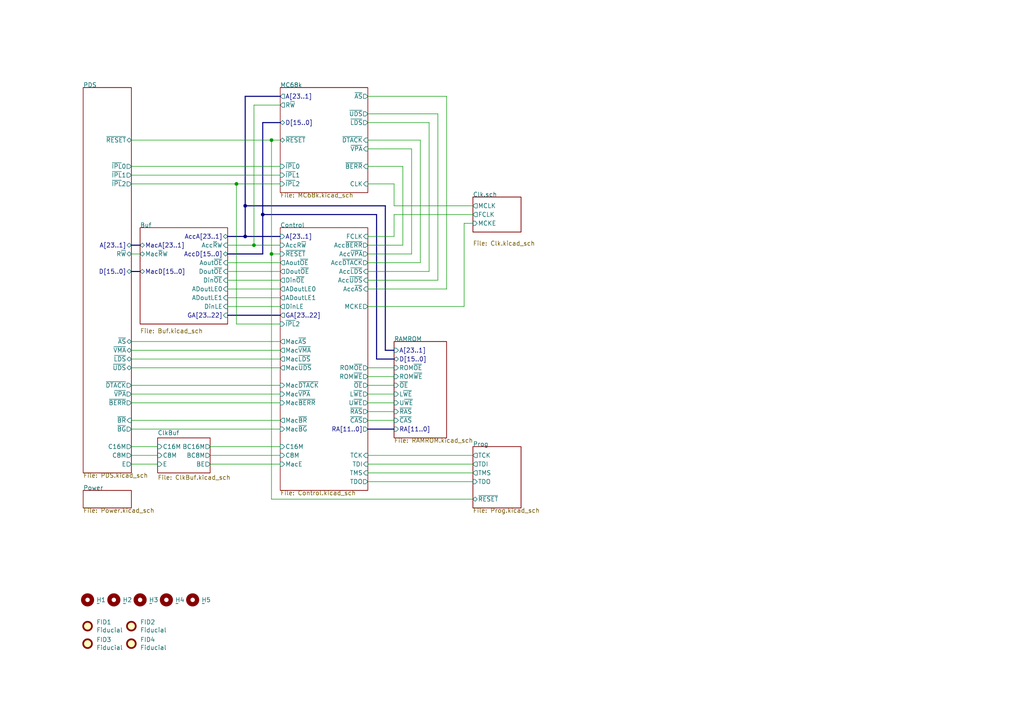
<source format=kicad_sch>
(kicad_sch (version 20231120) (generator "eeschema") (generator_version "8.0")
  (paper "A4")
  (title_block (title "WarpSE (GW4410A)") (date "2024-04-23") (rev "1.0") (company "Garrett's Workshop"))
  (lib_symbols
    (symbol "Mechanical:Fiducial"
      (property "Reference" "FID" (at 0 5.08 0))
      (property "Value" "Fiducial" (at 0 3.175 0))
      (symbol "Fiducial_0_1"
        (circle (center 0 0) (radius 1.27) (stroke (width 0.508)) (fill (type background)))
      )
    )
    (symbol "Mechanical:MountingHole" (pin_names (offset 1.016))
      (property "Reference" "H" (at 0 5.08 0))
      (property "Value" "MountingHole" (at 0 3.175 0))
      (symbol "MountingHole_0_1"
        (circle (center 0 0) (radius 1.27) (stroke (width 1.27)))
      )
    )
  )
  (junction (at 73.66 71.12))
  (junction (at 78.74 73.66))
  (junction (at 71.12 59.69))
  (junction (at 68.58 53.34))
  (junction (at 71.12 68.58))
  (junction (at 76.2 62.23))
  (junction (at 78.74 40.64))
  (bus (pts (xy 71.12 27.94) (xy 71.12 59.69)))
  (wire (pts (xy 66.04 83.82) (xy 81.28 83.82)))
  (wire (pts (xy 38.1 134.62) (xy 45.72 134.62)))
  (wire (pts (xy 129.54 27.94) (xy 129.54 83.82)))
  (bus (pts (xy 109.22 62.23) (xy 76.2 62.23)))
  (wire (pts (xy 106.68 134.62) (xy 137.16 134.62)))
  (bus (pts (xy 71.12 59.69) (xy 71.12 68.58)))
  (wire (pts (xy 68.58 53.34) (xy 81.28 53.34)))
  (wire (pts (xy 106.68 27.94) (xy 129.54 27.94)))
  (wire (pts (xy 106.68 73.66) (xy 119.38 73.66)))
  (wire (pts (xy 78.74 40.64) (xy 81.28 40.64)))
  (wire (pts (xy 106.68 35.56) (xy 124.46 35.56)))
  (wire (pts (xy 73.66 30.48) (xy 81.28 30.48)))
  (wire (pts (xy 106.68 88.9) (xy 134.62 88.9)))
  (wire (pts (xy 66.04 78.74) (xy 81.28 78.74)))
  (wire (pts (xy 127 81.28) (xy 106.68 81.28)))
  (wire (pts (xy 106.68 109.22) (xy 114.3 109.22)))
  (wire (pts (xy 78.74 73.66) (xy 81.28 73.66)))
  (wire (pts (xy 38.1 50.8) (xy 81.28 50.8)))
  (wire (pts (xy 38.1 101.6) (xy 81.28 101.6)))
  (wire (pts (xy 124.46 35.56) (xy 124.46 78.74)))
  (wire (pts (xy 106.68 137.16) (xy 137.16 137.16)))
  (bus (pts (xy 38.1 78.74) (xy 40.64 78.74)))
  (wire (pts (xy 60.96 134.62) (xy 81.28 134.62)))
  (wire (pts (xy 38.1 114.3) (xy 81.28 114.3)))
  (wire (pts (xy 81.28 93.98) (xy 68.58 93.98)))
  (wire (pts (xy 106.68 33.02) (xy 127 33.02)))
  (wire (pts (xy 68.58 93.98) (xy 68.58 53.34)))
  (bus (pts (xy 81.28 35.56) (xy 76.2 35.56)))
  (bus (pts (xy 114.3 104.14) (xy 109.22 104.14)))
  (wire (pts (xy 106.68 121.92) (xy 114.3 121.92)))
  (bus (pts (xy 111.76 101.6) (xy 114.3 101.6)))
  (bus (pts (xy 66.04 91.44) (xy 81.28 91.44)))
  (wire (pts (xy 38.1 116.84) (xy 81.28 116.84)))
  (bus (pts (xy 71.12 68.58) (xy 81.28 68.58)))
  (bus (pts (xy 76.2 73.66) (xy 66.04 73.66)))
  (bus (pts (xy 38.1 71.12) (xy 40.64 71.12)))
  (wire (pts (xy 38.1 111.76) (xy 81.28 111.76)))
  (wire (pts (xy 38.1 121.92) (xy 81.28 121.92)))
  (wire (pts (xy 38.1 53.34) (xy 68.58 53.34)))
  (bus (pts (xy 71.12 59.69) (xy 111.76 59.69)))
  (wire (pts (xy 38.1 124.46) (xy 81.28 124.46)))
  (wire (pts (xy 106.68 114.3) (xy 114.3 114.3)))
  (wire (pts (xy 119.38 43.18) (xy 119.38 73.66)))
  (wire (pts (xy 38.1 48.26) (xy 81.28 48.26)))
  (wire (pts (xy 114.3 62.23) (xy 137.16 62.23)))
  (wire (pts (xy 106.68 119.38) (xy 114.3 119.38)))
  (wire (pts (xy 38.1 132.08) (xy 45.72 132.08)))
  (wire (pts (xy 106.68 43.18) (xy 119.38 43.18)))
  (bus (pts (xy 106.68 124.46) (xy 114.3 124.46)))
  (wire (pts (xy 73.66 30.48) (xy 73.66 71.12)))
  (wire (pts (xy 60.96 129.54) (xy 81.28 129.54)))
  (wire (pts (xy 73.66 71.12) (xy 66.04 71.12)))
  (wire (pts (xy 78.74 73.66) (xy 78.74 144.78)))
  (wire (pts (xy 114.3 53.34) (xy 114.3 59.69)))
  (wire (pts (xy 106.68 68.58) (xy 114.3 68.58)))
  (wire (pts (xy 106.68 139.7) (xy 137.16 139.7)))
  (wire (pts (xy 116.84 71.12) (xy 106.68 71.12)))
  (bus (pts (xy 111.76 59.69) (xy 111.76 101.6)))
  (wire (pts (xy 73.66 71.12) (xy 81.28 71.12)))
  (wire (pts (xy 137.16 64.77) (xy 134.62 64.77)))
  (wire (pts (xy 38.1 99.06) (xy 81.28 99.06)))
  (wire (pts (xy 106.68 111.76) (xy 114.3 111.76)))
  (bus (pts (xy 76.2 62.23) (xy 76.2 73.66)))
  (wire (pts (xy 66.04 86.36) (xy 81.28 86.36)))
  (wire (pts (xy 121.92 40.64) (xy 121.92 76.2)))
  (wire (pts (xy 60.96 132.08) (xy 81.28 132.08)))
  (wire (pts (xy 106.68 132.08) (xy 137.16 132.08)))
  (bus (pts (xy 81.28 27.94) (xy 71.12 27.94)))
  (wire (pts (xy 106.68 48.26) (xy 116.84 48.26)))
  (wire (pts (xy 38.1 40.64) (xy 78.74 40.64)))
  (bus (pts (xy 71.12 68.58) (xy 66.04 68.58)))
  (wire (pts (xy 106.68 116.84) (xy 114.3 116.84)))
  (wire (pts (xy 129.54 83.82) (xy 106.68 83.82)))
  (wire (pts (xy 114.3 62.23) (xy 114.3 68.58)))
  (wire (pts (xy 106.68 106.68) (xy 114.3 106.68)))
  (wire (pts (xy 124.46 78.74) (xy 106.68 78.74)))
  (bus (pts (xy 109.22 62.23) (xy 109.22 104.14)))
  (wire (pts (xy 116.84 48.26) (xy 116.84 71.12)))
  (wire (pts (xy 38.1 104.14) (xy 81.28 104.14)))
  (wire (pts (xy 66.04 88.9) (xy 81.28 88.9)))
  (wire (pts (xy 38.1 73.66) (xy 40.64 73.66)))
  (wire (pts (xy 78.74 144.78) (xy 137.16 144.78)))
  (wire (pts (xy 134.62 64.77) (xy 134.62 88.9)))
  (wire (pts (xy 66.04 76.2) (xy 81.28 76.2)))
  (wire (pts (xy 78.74 40.64) (xy 78.74 73.66)))
  (wire (pts (xy 106.68 40.64) (xy 121.92 40.64)))
  (bus (pts (xy 76.2 35.56) (xy 76.2 62.23)))
  (wire (pts (xy 127 33.02) (xy 127 81.28)))
  (wire (pts (xy 38.1 129.54) (xy 45.72 129.54)))
  (wire (pts (xy 114.3 59.69) (xy 137.16 59.69)))
  (wire (pts (xy 38.1 106.68) (xy 81.28 106.68)))
  (wire (pts (xy 66.04 81.28) (xy 81.28 81.28)))
  (wire (pts (xy 114.3 53.34) (xy 106.68 53.34)))
  (wire (pts (xy 121.92 76.2) (xy 106.68 76.2)))
  (symbol (lib_id "Mechanical:MountingHole") (at 55.88 173.99 0) (unit 1)
    (property "Reference" "H5" (at 58.42 173.99 0) (effects (justify left)))
    (property "Value" "~" (at 58.42 175.006 0) (effects (justify left)))
    (property "Footprint" "stdpads:PasteHole_1.152mm_NPTH" (effects (hide yes)))
  )
  (symbol (lib_id "Mechanical:Fiducial") (at 25.4 181.61 0) (unit 1)
    (property "Reference" "FID1" (at 27.94 180.4416 0) (effects (justify left)))
    (property "Value" "Fiducial" (at 27.94 182.753 0) (effects (justify left)))
    (property "Footprint" "stdpads:Fiducial" (effects (hide yes)))
  )
  (symbol (lib_id "Mechanical:Fiducial") (at 38.1 181.61 0) (unit 1)
    (property "Reference" "FID2" (at 40.64 180.4416 0) (effects (justify left)))
    (property "Value" "Fiducial" (at 40.64 182.753 0) (effects (justify left)))
    (property "Footprint" "stdpads:Fiducial" (effects (hide yes)))
  )
  (symbol (lib_id "Mechanical:Fiducial") (at 25.4 186.69 0) (unit 1)
    (property "Reference" "FID3" (at 27.94 185.5216 0) (effects (justify left)))
    (property "Value" "Fiducial" (at 27.94 187.833 0) (effects (justify left)))
    (property "Footprint" "stdpads:Fiducial" (effects (hide yes)))
  )
  (symbol (lib_id "Mechanical:Fiducial") (at 38.1 186.69 0) (unit 1)
    (property "Reference" "FID4" (at 40.64 185.5216 0) (effects (justify left)))
    (property "Value" "Fiducial" (at 40.64 187.833 0) (effects (justify left)))
    (property "Footprint" "stdpads:Fiducial" (effects (hide yes)))
  )
  (symbol (lib_id "Mechanical:MountingHole") (at 25.4 173.99 0) (unit 1)
    (property "Reference" "H1" (at 27.94 173.99 0) (effects (justify left)))
    (property "Value" "~" (at 27.94 175.006 0) (effects (justify left)))
    (property "Footprint" "stdpads:PasteHole_1.152mm_NPTH" (effects (hide yes)))
  )
  (symbol (lib_id "Mechanical:MountingHole") (at 33.02 173.99 0) (unit 1)
    (property "Reference" "H2" (at 35.56 173.99 0) (effects (justify left)))
    (property "Value" "~" (at 35.56 175.006 0) (effects (justify left)))
    (property "Footprint" "stdpads:PasteHole_1.152mm_NPTH" (effects (hide yes)))
  )
  (symbol (lib_id "Mechanical:MountingHole") (at 40.64 173.99 0) (unit 1)
    (property "Reference" "H3" (at 43.18 173.99 0) (effects (justify left)))
    (property "Value" "~" (at 43.18 175.006 0) (effects (justify left)))
    (property "Footprint" "stdpads:PasteHole_1.152mm_NPTH" (effects (hide yes)))
  )
  (symbol (lib_id "Mechanical:MountingHole") (at 48.26 173.99 0) (unit 1)
    (property "Reference" "H4" (at 50.8 173.99 0) (effects (justify left)))
    (property "Value" "~" (at 50.8 175.006 0) (effects (justify left)))
    (property "Footprint" "stdpads:PasteHole_1.152mm_NPTH" (effects (hide yes)))
  )
  (sheet (at 24.13 25.4) (size 13.97 111.76)
    (property "Sheetname" "PDS" (at 24.13 25.4 0) (effects (justify left bottom)))
    (property "Sheetfile" "PDS.kicad_sch" (at 24.13 137.16 0) (effects (justify left top)))
    (pin "A[23..1]" bidirectional (at 38.1 71.12 0))
    (pin "D[15..0]" bidirectional (at 38.1 78.74 0))
    (pin "~{AS}" bidirectional (at 38.1 99.06 0))
    (pin "~{LDS}" bidirectional (at 38.1 104.14 0))
    (pin "~{UDS}" bidirectional (at 38.1 106.68 0))
    (pin "R~{W}" bidirectional (at 38.1 73.66 0))
    (pin "~{VMA}" bidirectional (at 38.1 101.6 0))
    (pin "~{VPA}" output (at 38.1 114.3 0))
    (pin "~{DTACK}" output (at 38.1 111.76 0))
    (pin "~{RESET}" bidirectional (at 38.1 40.64 0))
    (pin "~{IPL}0" output (at 38.1 48.26 0))
    (pin "~{IPL}1" output (at 38.1 50.8 0))
    (pin "~{IPL}2" output (at 38.1 53.34 0))
    (pin "~{BERR}" output (at 38.1 116.84 0))
    (pin "E" output (at 38.1 134.62 0))
    (pin "C8M" output (at 38.1 132.08 0))
    (pin "C16M" output (at 38.1 129.54 0))
    (pin "~{BG}" output (at 38.1 124.46 0))
    (pin "~{BR}" input (at 38.1 121.92 0))
  )
  (sheet (at 81.28 66.04) (size 25.4 76.2)
    (property "Sheetname" "Control" (at 81.28 66.04 0) (effects (justify left bottom)))
    (property "Sheetfile" "Control.kicad_sch" (at 81.28 142.24 0) (effects (justify left top)))
    (pin "~{RESET}" input (at 81.28 73.66 180))
    (pin "FCLK" input (at 106.68 68.58 0))
    (pin "Mac~{AS}" output (at 81.28 99.06 180))
    (pin "Mac~{VMA}" output (at 81.28 101.6 180))
    (pin "Mac~{DTACK}" input (at 81.28 111.76 180))
    (pin "Mac~{VPA}" input (at 81.28 114.3 180))
    (pin "Mac~{BERR}" input (at 81.28 116.84 180))
    (pin "MacE" input (at 81.28 134.62 180))
    (pin "C8M" input (at 81.28 132.08 180))
    (pin "C16M" input (at 81.28 129.54 180))
    (pin "Acc~{DTACK}" output (at 106.68 76.2 0))
    (pin "Acc~{BERR}" output (at 106.68 71.12 0))
    (pin "Acc~{UDS}" input (at 106.68 81.28 0))
    (pin "Acc~{LDS}" input (at 106.68 78.74 0))
    (pin "Acc~{AS}" input (at 106.68 83.82 0))
    (pin "~{OE}" output (at 106.68 111.76 0))
    (pin "Mac~{UDS}" output (at 81.28 106.68 180))
    (pin "Mac~{LDS}" output (at 81.28 104.14 180))
    (pin "Acc~{VPA}" output (at 106.68 73.66 0))
    (pin "AccR~{W}" input (at 81.28 71.12 180))
    (pin "L~{WE}" output (at 106.68 114.3 0))
    (pin "U~{WE}" output (at 106.68 116.84 0))
    (pin "~{RAS}" output (at 106.68 119.38 0))
    (pin "~{CAS}" output (at 106.68 121.92 0))
    (pin "ROM~{OE}" output (at 106.68 106.68 0))
    (pin "DinLE" output (at 81.28 88.9 180))
    (pin "Dout~{OE}" output (at 81.28 78.74 180))
    (pin "Aout~{OE}" output (at 81.28 76.2 180))
    (pin "Din~{OE}" output (at 81.28 81.28 180))
    (pin "RA[11..0]" output (at 106.68 124.46 0))
    (pin "A[23..1]" input (at 81.28 68.58 180))
    (pin "ADoutLE0" output (at 81.28 83.82 180))
    (pin "ADoutLE1" output (at 81.28 86.36 180))
    (pin "ROM~{WE}" output (at 106.68 109.22 0))
    (pin "TDI" input (at 106.68 134.62 0))
    (pin "TMS" input (at 106.68 137.16 0))
    (pin "TCK" input (at 106.68 132.08 0))
    (pin "TDO" output (at 106.68 139.7 0))
    (pin "Mac~{BR}" output (at 81.28 121.92 180))
    (pin "Mac~{BG}" input (at 81.28 124.46 180))
    (pin "~{IPL}2" input (at 81.28 93.98 180))
    (pin "MCKE" output (at 106.68 88.9 0))
    (pin "GA[23..22]" output (at 81.28 91.44 180))
  )
  (sheet (at 114.3 99.06) (size 15.24 27.94)
    (property "Sheetname" "RAMROM" (at 114.3 99.06 0) (effects (justify left bottom)))
    (property "Sheetfile" "RAMROM.kicad_sch" (at 114.3 127 0) (effects (justify left top)))
    (pin "~{RAS}" input (at 114.3 119.38 180))
    (pin "D[15..0]" bidirectional (at 114.3 104.14 180))
    (pin "~{CAS}" input (at 114.3 121.92 180))
    (pin "~{OE}" input (at 114.3 111.76 180))
    (pin "RA[11..0]" input (at 114.3 124.46 180))
    (pin "L~{WE}" input (at 114.3 114.3 180))
    (pin "U~{WE}" input (at 114.3 116.84 180))
    (pin "ROM~{OE}" input (at 114.3 106.68 180))
    (pin "A[23..1]" input (at 114.3 101.6 180))
    (pin "ROM~{WE}" input (at 114.3 109.22 180))
  )
  (sheet (at 81.28 25.4) (size 25.4 30.48)
    (property "Sheetname" "MC68k" (at 81.28 25.4 0) (effects (justify left bottom)))
    (property "Sheetfile" "MC68k.kicad_sch" (at 81.28 55.88 0) (effects (justify left top)))
    (pin "A[23..1]" output (at 81.28 27.94 180))
    (pin "D[15..0]" bidirectional (at 81.28 35.56 180))
    (pin "~{AS}" output (at 106.68 27.94 0))
    (pin "R~{W}" output (at 81.28 30.48 180))
    (pin "~{LDS}" output (at 106.68 35.56 0))
    (pin "~{UDS}" output (at 106.68 33.02 0))
    (pin "~{DTACK}" input (at 106.68 40.64 0))
    (pin "~{VPA}" input (at 106.68 43.18 0))
    (pin "~{RESET}" bidirectional (at 81.28 40.64 180))
    (pin "~{BERR}" input (at 106.68 48.26 0))
    (pin "~{IPL}0" input (at 81.28 48.26 180))
    (pin "~{IPL}1" input (at 81.28 50.8 180))
    (pin "~{IPL}2" input (at 81.28 53.34 180))
    (pin "CLK" input (at 106.68 53.34 0))
  )
  (sheet (at 40.64 66.04) (size 25.4 27.94)
    (property "Sheetname" "Buf" (at 40.64 66.04 0) (effects (justify left bottom)))
    (property "Sheetfile" "Buf.kicad_sch" (at 40.64 95.25 0) (effects (justify left top)))
    (pin "AccA[23..1]" bidirectional (at 66.04 68.58 0))
    (pin "MacA[23..1]" bidirectional (at 40.64 71.12 180))
    (pin "AccD[15..0]" bidirectional (at 66.04 73.66 0))
    (pin "MacD[15..0]" bidirectional (at 40.64 78.74 180))
    (pin "Dout~{OE}" input (at 66.04 78.74 0))
    (pin "Din~{OE}" input (at 66.04 81.28 0))
    (pin "DinLE" input (at 66.04 88.9 0))
    (pin "Aout~{OE}" input (at 66.04 76.2 0))
    (pin "Mac~{R}W" tri_state (at 40.64 73.66 180))
    (pin "Acc~{R}W" input (at 66.04 71.12 0))
    (pin "ADoutLE0" input (at 66.04 83.82 0))
    (pin "ADoutLE1" input (at 66.04 86.36 0))
    (pin "GA[23..22]" input (at 66.04 91.44 0))
  )
  (sheet (at 137.16 57.15) (size 13.97 10.16)
    (property "Sheetname" "Clk.sch" (at 137.16 57.15 0) (effects (justify left bottom)))
    (property "Sheetfile" "Clk.kicad_sch" (at 137.16 69.85 0) (effects (justify left top)))
    (pin "MCLK" output (at 137.16 59.69 180))
    (pin "FCLK" output (at 137.16 62.23 180))
    (pin "MCKE" input (at 137.16 64.77 180))
  )
  (sheet (at 137.16 129.54) (size 13.97 17.78)
    (property "Sheetname" "Prog" (at 137.16 129.54 0) (effects (justify left bottom)))
    (property "Sheetfile" "Prog.kicad_sch" (at 137.16 147.32 0) (effects (justify left top)))
    (pin "TCK" output (at 137.16 132.08 180))
    (pin "TDI" output (at 137.16 134.62 180))
    (pin "TMS" output (at 137.16 137.16 180))
    (pin "TDO" input (at 137.16 139.7 180))
    (pin "~{RESET}" tri_state (at 137.16 144.78 180))
  )
  (sheet (at 24.13 142.24) (size 13.97 5.08)
    (property "Sheetname" "Power" (at 24.13 142.24 0) (effects (justify left bottom)))
    (property "Sheetfile" "Power.kicad_sch" (at 24.13 147.32 0) (effects (justify left top)))
  )
  (sheet (at 45.72 127) (size 15.24 10.16) (stroke (width 0.1524))
    (property "Sheetname" "ClkBuf" (at 45.72 126.2884 0) (effects (justify left bottom)))
    (property "Sheetfile" "ClkBuf.kicad_sch" (at 45.72 137.7446 0) (effects (justify left top)))
    (pin "BC16M" output (at 60.96 129.54 0))
    (pin "C16M" input (at 45.72 129.54 180))
    (pin "BE" output (at 60.96 134.62 0))
    (pin "E" input (at 45.72 134.62 180))
    (pin "BC8M" output (at 60.96 132.08 0))
    (pin "C8M" input (at 45.72 132.08 180))
  )
)
</source>
